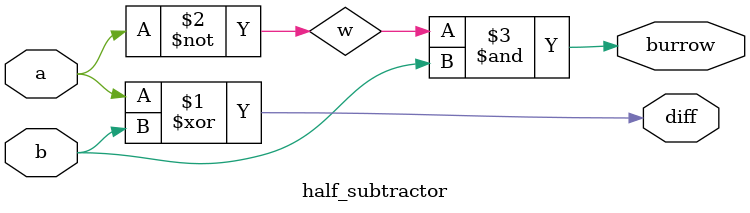
<source format=v>
`timescale 1ns / 1ps


module half_subtractor(diff,burrow,a,b);
input a,b;
output diff,burrow;
wire w;
assign diff=a^b;
assign w=~a;
assign burrow=w&b;
endmodule

</source>
